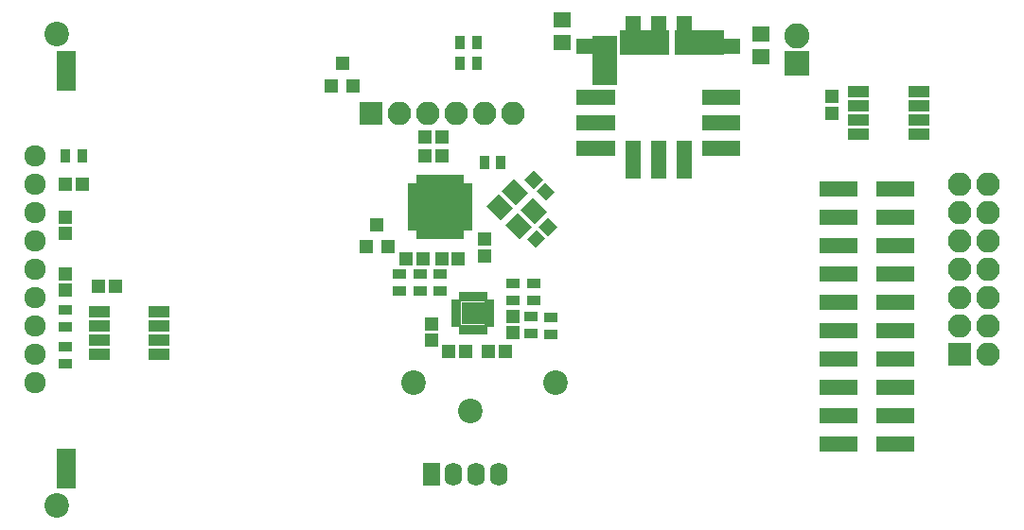
<source format=gbs>
G04 #@! TF.FileFunction,Soldermask,Top*
%FSLAX46Y46*%
G04 Gerber Fmt 4.6, Leading zero omitted, Abs format (unit mm)*
G04 Created by KiCad (PCBNEW 4.0.7) date *
%MOMM*%
%LPD*%
G01*
G04 APERTURE LIST*
%ADD10C,0.100000*%
%ADD11C,1.924000*%
%ADD12R,1.800000X3.600000*%
%ADD13C,2.200000*%
%ADD14R,1.100000X0.650000*%
%ADD15R,0.650000X1.100000*%
%ADD16R,2.125000X2.125000*%
%ADD17R,3.400000X1.400000*%
%ADD18R,1.200000X1.150000*%
%ADD19R,1.150000X1.200000*%
%ADD20R,1.650000X1.400000*%
%ADD21R,2.250000X2.250000*%
%ADD22C,2.250000*%
%ADD23R,2.100000X2.100000*%
%ADD24O,2.100000X2.100000*%
%ADD25R,1.600000X2.100000*%
%ADD26O,1.600000X2.100000*%
%ADD27R,1.200000X1.300000*%
%ADD28R,1.300000X0.900000*%
%ADD29R,0.900000X1.300000*%
%ADD30R,4.470000X2.170000*%
%ADD31R,2.170000X4.470000*%
%ADD32R,1.950000X1.000000*%
%ADD33R,0.900000X0.600000*%
%ADD34R,0.950000X0.600000*%
%ADD35R,0.600000X0.900000*%
%ADD36R,0.600000X0.950000*%
%ADD37R,1.275000X1.200000*%
G04 APERTURE END LIST*
D10*
D11*
X108420000Y-95300000D03*
X108420000Y-97840000D03*
X108420000Y-100380000D03*
X108420000Y-102920000D03*
X108420000Y-105460000D03*
X108420000Y-108000000D03*
X108420000Y-110540000D03*
X108420000Y-113080000D03*
X108420000Y-115620000D03*
D12*
X111170000Y-123260000D03*
X111170000Y-87660000D03*
D13*
X110360000Y-84360000D03*
X110360000Y-126560000D03*
D14*
X147040000Y-98085000D03*
X147040000Y-98585000D03*
X147040000Y-99085000D03*
X147040000Y-99585000D03*
X147040000Y-100085000D03*
X147040000Y-100585000D03*
X147040000Y-101085000D03*
X147040000Y-101585000D03*
D15*
X146390000Y-102235000D03*
X145890000Y-102235000D03*
X145390000Y-102235000D03*
X144890000Y-102235000D03*
X144390000Y-102235000D03*
X143890000Y-102235000D03*
X143390000Y-102235000D03*
X142890000Y-102235000D03*
D14*
X142240000Y-101585000D03*
X142240000Y-101085000D03*
X142240000Y-100585000D03*
X142240000Y-100085000D03*
X142240000Y-99585000D03*
X142240000Y-99085000D03*
X142240000Y-98585000D03*
X142240000Y-98085000D03*
D15*
X142890000Y-97435000D03*
X143390000Y-97435000D03*
X143890000Y-97435000D03*
X144390000Y-97435000D03*
X144890000Y-97435000D03*
X145390000Y-97435000D03*
X145890000Y-97435000D03*
X146390000Y-97435000D03*
D16*
X143777500Y-100697500D03*
X143777500Y-98972500D03*
X145502500Y-100697500D03*
X145502500Y-98972500D03*
D17*
X185330000Y-121090000D03*
X180290000Y-121090000D03*
X185330000Y-118550000D03*
X180290000Y-118550000D03*
X185330000Y-116010000D03*
X180290000Y-116010000D03*
X185330000Y-113470000D03*
X180290000Y-113470000D03*
X185330000Y-110930000D03*
X180290000Y-110930000D03*
X185330000Y-108390000D03*
X180290000Y-108390000D03*
X185330000Y-105850000D03*
X180290000Y-105850000D03*
X185330000Y-103310000D03*
X180290000Y-103310000D03*
X185330000Y-100770000D03*
X180290000Y-100770000D03*
X185330000Y-98230000D03*
X180290000Y-98230000D03*
D18*
X141605000Y-104457500D03*
X143105000Y-104457500D03*
X143280000Y-93599000D03*
X144780000Y-93599000D03*
D19*
X151130000Y-111125000D03*
X151130000Y-109625000D03*
D20*
X173355000Y-86360000D03*
X173355000Y-84360000D03*
D19*
X148590000Y-104255000D03*
X148590000Y-102755000D03*
D18*
X144780000Y-95250000D03*
X143280000Y-95250000D03*
D20*
X155575000Y-85090000D03*
X155575000Y-83090000D03*
D19*
X179705000Y-91440000D03*
X179705000Y-89940000D03*
D18*
X146280000Y-104457500D03*
X144780000Y-104457500D03*
D10*
G36*
X153865850Y-97382018D02*
X153052678Y-98195190D01*
X152204150Y-97346662D01*
X153017322Y-96533490D01*
X153865850Y-97382018D01*
X153865850Y-97382018D01*
G37*
G36*
X154926510Y-98442678D02*
X154113338Y-99255850D01*
X153264810Y-98407322D01*
X154077982Y-97594150D01*
X154926510Y-98442678D01*
X154926510Y-98442678D01*
G37*
G36*
X153262018Y-101829810D02*
X154075190Y-102642982D01*
X153226662Y-103491510D01*
X152413490Y-102678338D01*
X153262018Y-101829810D01*
X153262018Y-101829810D01*
G37*
G36*
X154322678Y-100769150D02*
X155135850Y-101582322D01*
X154287322Y-102430850D01*
X153474150Y-101617678D01*
X154322678Y-100769150D01*
X154322678Y-100769150D01*
G37*
D18*
X115570000Y-106910000D03*
X114070000Y-106910000D03*
D19*
X143891000Y-111799500D03*
X143891000Y-110299500D03*
D18*
X148995000Y-112776000D03*
X150495000Y-112776000D03*
X111125000Y-97790000D03*
X112625000Y-97790000D03*
X145415000Y-112776000D03*
X146915000Y-112776000D03*
D19*
X111125000Y-102235000D03*
X111125000Y-100735000D03*
X111125000Y-107315000D03*
X111125000Y-105815000D03*
D21*
X176530000Y-86995000D03*
D22*
X176530000Y-84495000D03*
D23*
X138430000Y-91440000D03*
D24*
X140970000Y-91440000D03*
X143510000Y-91440000D03*
X146050000Y-91440000D03*
X148590000Y-91440000D03*
X151130000Y-91440000D03*
D25*
X143860000Y-123825000D03*
D26*
X145860000Y-123825000D03*
X147860000Y-123825000D03*
X149860000Y-123825000D03*
D23*
X191135000Y-113030000D03*
D24*
X193675000Y-113030000D03*
X191135000Y-110490000D03*
X193675000Y-110490000D03*
X191135000Y-107950000D03*
X193675000Y-107950000D03*
X191135000Y-105410000D03*
X193675000Y-105410000D03*
X191135000Y-102870000D03*
X193675000Y-102870000D03*
X191135000Y-100330000D03*
X193675000Y-100330000D03*
X191135000Y-97790000D03*
X193675000Y-97790000D03*
D27*
X139951500Y-103409500D03*
X138051500Y-103409500D03*
X139001500Y-101409500D03*
X136840000Y-88995000D03*
X134940000Y-88995000D03*
X135890000Y-86995000D03*
D28*
X154559000Y-111228000D03*
X154559000Y-109728000D03*
X152781000Y-109688500D03*
X152781000Y-111188500D03*
D29*
X147955000Y-85090000D03*
X146455000Y-85090000D03*
X146455000Y-86995000D03*
X147955000Y-86995000D03*
D28*
X151130000Y-108180000D03*
X151130000Y-106680000D03*
X153035000Y-108180000D03*
X153035000Y-106680000D03*
D29*
X150090000Y-95885000D03*
X148590000Y-95885000D03*
D28*
X142875000Y-107366500D03*
X142875000Y-105866500D03*
X144653000Y-107378500D03*
X144653000Y-105878500D03*
X141033500Y-105878500D03*
X141033500Y-107378500D03*
X111125000Y-113895000D03*
X111125000Y-112395000D03*
X111125000Y-109105000D03*
X111125000Y-110605000D03*
D13*
X154940000Y-115570000D03*
X147320000Y-118110000D03*
X142240000Y-115570000D03*
D10*
G36*
X171475000Y-93935000D02*
X171475000Y-95295000D01*
X168075000Y-95295000D01*
X168075000Y-93935000D01*
X171475000Y-93935000D01*
X171475000Y-93935000D01*
G37*
G36*
X167145000Y-93935000D02*
X167145000Y-97335000D01*
X165785000Y-97335000D01*
X165785000Y-93935000D01*
X167145000Y-93935000D01*
X167145000Y-93935000D01*
G37*
G36*
X164855000Y-93935000D02*
X164855000Y-97335000D01*
X163495000Y-97335000D01*
X163495000Y-93935000D01*
X164855000Y-93935000D01*
X164855000Y-93935000D01*
G37*
G36*
X162565000Y-93935000D02*
X162565000Y-97335000D01*
X161205000Y-97335000D01*
X161205000Y-93935000D01*
X162565000Y-93935000D01*
X162565000Y-93935000D01*
G37*
G36*
X160275000Y-93935000D02*
X160275000Y-95295000D01*
X156875000Y-95295000D01*
X156875000Y-93935000D01*
X160275000Y-93935000D01*
X160275000Y-93935000D01*
G37*
G36*
X171475000Y-91645000D02*
X171475000Y-93005000D01*
X168075000Y-93005000D01*
X168075000Y-91645000D01*
X171475000Y-91645000D01*
X171475000Y-91645000D01*
G37*
G36*
X171475000Y-89355000D02*
X171475000Y-90715000D01*
X168075000Y-90715000D01*
X168075000Y-89355000D01*
X171475000Y-89355000D01*
X171475000Y-89355000D01*
G37*
G36*
X160275000Y-91645000D02*
X160275000Y-93005000D01*
X156875000Y-93005000D01*
X156875000Y-91645000D01*
X160275000Y-91645000D01*
X160275000Y-91645000D01*
G37*
G36*
X160275000Y-89355000D02*
X160275000Y-90715000D01*
X156875000Y-90715000D01*
X156875000Y-89355000D01*
X160275000Y-89355000D01*
X160275000Y-89355000D01*
G37*
G36*
X171475000Y-84775000D02*
X171475000Y-86135000D01*
X168075000Y-86135000D01*
X168075000Y-84775000D01*
X171475000Y-84775000D01*
X171475000Y-84775000D01*
G37*
G36*
X160275000Y-84775000D02*
X160275000Y-86135000D01*
X156875000Y-86135000D01*
X156875000Y-84775000D01*
X160275000Y-84775000D01*
X160275000Y-84775000D01*
G37*
G36*
X167145000Y-82735000D02*
X167145000Y-86135000D01*
X165785000Y-86135000D01*
X165785000Y-82735000D01*
X167145000Y-82735000D01*
X167145000Y-82735000D01*
G37*
G36*
X164855000Y-82735000D02*
X164855000Y-86135000D01*
X163495000Y-86135000D01*
X163495000Y-82735000D01*
X164855000Y-82735000D01*
X164855000Y-82735000D01*
G37*
G36*
X162565000Y-82735000D02*
X162565000Y-86135000D01*
X161205000Y-86135000D01*
X161205000Y-82735000D01*
X162565000Y-82735000D01*
X162565000Y-82735000D01*
G37*
D30*
X167865000Y-85090000D03*
X162965000Y-85090000D03*
D31*
X159385000Y-86735000D03*
D32*
X187485000Y-89535000D03*
X187485000Y-90805000D03*
X187485000Y-92075000D03*
X187485000Y-93345000D03*
X182085000Y-93345000D03*
X182085000Y-92075000D03*
X182085000Y-90805000D03*
X182085000Y-89535000D03*
X119540000Y-109220000D03*
X119540000Y-110490000D03*
X119540000Y-111760000D03*
X119540000Y-113030000D03*
X114140000Y-113030000D03*
X114140000Y-111760000D03*
X114140000Y-110490000D03*
X114140000Y-109220000D03*
D33*
X149090000Y-108371000D03*
D34*
X149090000Y-108771000D03*
X149090000Y-109171000D03*
X149090000Y-109571000D03*
X149090000Y-109971000D03*
D33*
X149090000Y-110371000D03*
D35*
X148590000Y-110871000D03*
D36*
X148190000Y-110871000D03*
X147790000Y-110871000D03*
X147390000Y-110871000D03*
X146990000Y-110871000D03*
D35*
X146590000Y-110871000D03*
D33*
X146090000Y-110371000D03*
D34*
X146090000Y-109971000D03*
X146090000Y-109571000D03*
X146090000Y-109171000D03*
X146090000Y-108771000D03*
D33*
X146090000Y-108371000D03*
D35*
X146590000Y-107871000D03*
D36*
X146990000Y-107871000D03*
X147390000Y-107871000D03*
X147790000Y-107871000D03*
X148190000Y-107871000D03*
D35*
X148590000Y-107871000D03*
D37*
X147155000Y-109771000D03*
X147155000Y-108971000D03*
X148025000Y-109771000D03*
X148025000Y-108971000D03*
D10*
G36*
X150135861Y-98424009D02*
X151267232Y-97292638D01*
X152540025Y-98565431D01*
X151408654Y-99696802D01*
X150135861Y-98424009D01*
X150135861Y-98424009D01*
G37*
G36*
X151832918Y-100121066D02*
X152964289Y-98989695D01*
X154237082Y-100262488D01*
X153105711Y-101393859D01*
X151832918Y-100121066D01*
X151832918Y-100121066D01*
G37*
G36*
X150489415Y-101464569D02*
X151620786Y-100333198D01*
X152893579Y-101605991D01*
X151762208Y-102737362D01*
X150489415Y-101464569D01*
X150489415Y-101464569D01*
G37*
G36*
X148792358Y-99767512D02*
X149923729Y-98636141D01*
X151196522Y-99908934D01*
X150065151Y-101040305D01*
X148792358Y-99767512D01*
X148792358Y-99767512D01*
G37*
D29*
X112625000Y-95250000D03*
X111125000Y-95250000D03*
M02*

</source>
